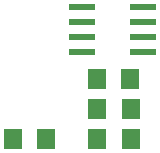
<source format=gtp>
G75*
%MOIN*%
%OFA0B0*%
%FSLAX25Y25*%
%IPPOS*%
%LPD*%
%AMOC8*
5,1,8,0,0,1.08239X$1,22.5*
%
%ADD10R,0.08661X0.02362*%
%ADD11R,0.06299X0.07098*%
%ADD12R,0.06299X0.07087*%
D10*
X0031564Y0195233D03*
X0031564Y0200233D03*
X0031564Y0205233D03*
X0031564Y0210233D03*
X0052036Y0210233D03*
X0052036Y0205233D03*
X0052036Y0200233D03*
X0052036Y0195233D03*
D11*
X0047898Y0176233D03*
X0036702Y0176233D03*
X0036702Y0166233D03*
X0047898Y0166233D03*
D12*
X0008788Y0166233D03*
X0019812Y0166233D03*
X0036788Y0186233D03*
X0047812Y0186233D03*
M02*

</source>
